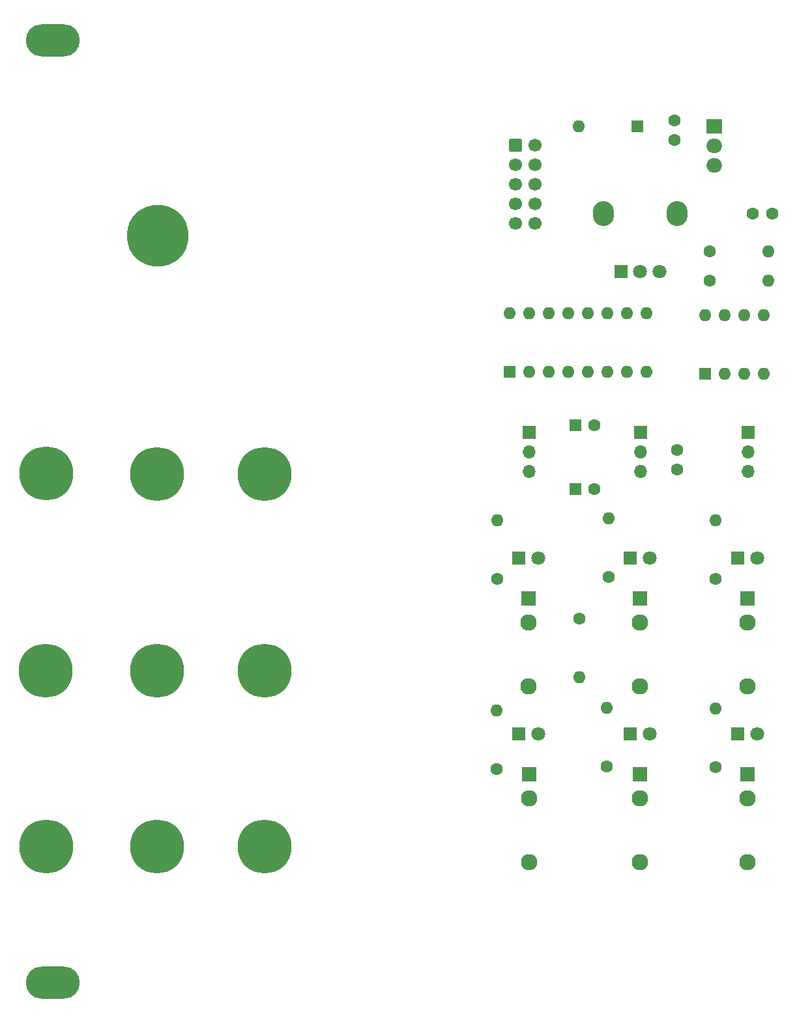
<source format=gbr>
%TF.GenerationSoftware,KiCad,Pcbnew,(6.0.0)*%
%TF.CreationDate,2022-10-15T21:00:10-04:00*%
%TF.ProjectId,bindec,62696e64-6563-42e6-9b69-6361645f7063,rev?*%
%TF.SameCoordinates,Original*%
%TF.FileFunction,Soldermask,Top*%
%TF.FilePolarity,Negative*%
%FSLAX46Y46*%
G04 Gerber Fmt 4.6, Leading zero omitted, Abs format (unit mm)*
G04 Created by KiCad (PCBNEW (6.0.0)) date 2022-10-15 21:00:10*
%MOMM*%
%LPD*%
G01*
G04 APERTURE LIST*
G04 Aperture macros list*
%AMRoundRect*
0 Rectangle with rounded corners*
0 $1 Rounding radius*
0 $2 $3 $4 $5 $6 $7 $8 $9 X,Y pos of 4 corners*
0 Add a 4 corners polygon primitive as box body*
4,1,4,$2,$3,$4,$5,$6,$7,$8,$9,$2,$3,0*
0 Add four circle primitives for the rounded corners*
1,1,$1+$1,$2,$3*
1,1,$1+$1,$4,$5*
1,1,$1+$1,$6,$7*
1,1,$1+$1,$8,$9*
0 Add four rect primitives between the rounded corners*
20,1,$1+$1,$2,$3,$4,$5,0*
20,1,$1+$1,$4,$5,$6,$7,0*
20,1,$1+$1,$6,$7,$8,$9,0*
20,1,$1+$1,$8,$9,$2,$3,0*%
G04 Aperture macros list end*
%ADD10C,7.000000*%
%ADD11C,1.600000*%
%ADD12O,1.600000X1.600000*%
%ADD13R,1.700000X1.700000*%
%ADD14O,1.700000X1.700000*%
%ADD15C,8.000000*%
%ADD16R,1.800000X1.800000*%
%ADD17C,1.800000*%
%ADD18R,1.930000X1.830000*%
%ADD19C,2.130000*%
%ADD20O,2.720000X3.240000*%
%ADD21R,1.600000X1.600000*%
%ADD22R,2.000000X1.905000*%
%ADD23O,2.000000X1.905000*%
%ADD24O,7.000000X4.200000*%
%ADD25RoundRect,0.250000X-0.600000X-0.600000X0.600000X-0.600000X0.600000X0.600000X-0.600000X0.600000X0*%
%ADD26C,1.700000*%
G04 APERTURE END LIST*
D10*
%TO.C,REF\u002A\u002A*%
X89769000Y-77470000D03*
%TD*%
D11*
%TO.C,R2*%
X162286000Y-91059000D03*
D12*
X162286000Y-83439000D03*
%TD*%
D13*
%TO.C,SW3*%
X152532000Y-72024000D03*
D14*
X152532000Y-74564000D03*
X152532000Y-77104000D03*
%TD*%
D15*
%TO.C,REF\u002A\u002A*%
X89789000Y-46482000D03*
%TD*%
D16*
%TO.C,D5*%
X136759000Y-111205000D03*
D17*
X139299000Y-111205000D03*
%TD*%
D11*
%TO.C,C2*%
X157333000Y-76815000D03*
X157333000Y-74315000D03*
%TD*%
D16*
%TO.C,D3*%
X165202000Y-88345000D03*
D17*
X167742000Y-88345000D03*
%TD*%
D10*
%TO.C,REF\u002A\u002A*%
X75291000Y-103020000D03*
%TD*%
D11*
%TO.C,R9*%
X162286000Y-115570000D03*
D12*
X162286000Y-107950000D03*
%TD*%
D11*
%TO.C,C1*%
X156952000Y-31496000D03*
X156952000Y-33996000D03*
%TD*%
D18*
%TO.C,J3*%
X166477000Y-93599000D03*
D19*
X166477000Y-104999000D03*
X166477000Y-96699000D03*
%TD*%
D13*
%TO.C,SW2*%
X138054000Y-72024000D03*
D14*
X138054000Y-74564000D03*
X138054000Y-77104000D03*
%TD*%
D20*
%TO.C,RV1*%
X157307000Y-43564000D03*
X147707000Y-43564000D03*
D16*
X150007000Y-51064000D03*
D17*
X152507000Y-51064000D03*
X155007000Y-51064000D03*
%TD*%
D11*
%TO.C,R7*%
X161524000Y-48514000D03*
D12*
X169144000Y-48514000D03*
%TD*%
D11*
%TO.C,R5*%
X133838000Y-115824000D03*
D12*
X133838000Y-108204000D03*
%TD*%
D11*
%TO.C,R6*%
X161524000Y-52324000D03*
D12*
X169144000Y-52324000D03*
%TD*%
D16*
%TO.C,D2*%
X151232000Y-88345000D03*
D17*
X153772000Y-88345000D03*
%TD*%
D18*
%TO.C,J4*%
X138029000Y-93599000D03*
D19*
X138029000Y-104999000D03*
X138029000Y-96699000D03*
%TD*%
D18*
%TO.C,J7*%
X166477000Y-116459000D03*
D19*
X166477000Y-127859000D03*
X166477000Y-119559000D03*
%TD*%
D10*
%TO.C,REF\u002A\u002A*%
X103739000Y-77455000D03*
%TD*%
D21*
%TO.C,U2*%
X135504000Y-64125000D03*
D12*
X138044000Y-64125000D03*
X140584000Y-64125000D03*
X143124000Y-64125000D03*
X145664000Y-64125000D03*
X148204000Y-64125000D03*
X150744000Y-64125000D03*
X153284000Y-64125000D03*
X153284000Y-56505000D03*
X150744000Y-56505000D03*
X148204000Y-56505000D03*
X145664000Y-56505000D03*
X143124000Y-56505000D03*
X140584000Y-56505000D03*
X138044000Y-56505000D03*
X135504000Y-56505000D03*
%TD*%
D21*
%TO.C,U3*%
X160899000Y-64379000D03*
D12*
X163439000Y-64379000D03*
X165979000Y-64379000D03*
X168519000Y-64379000D03*
X168519000Y-56759000D03*
X165979000Y-56759000D03*
X163439000Y-56759000D03*
X160899000Y-56759000D03*
%TD*%
D21*
%TO.C,D1*%
X152126000Y-32258000D03*
D12*
X144506000Y-32258000D03*
%TD*%
D10*
%TO.C,REF\u002A\u002A*%
X75311000Y-77343000D03*
%TD*%
%TO.C,REF\u002A\u002A*%
X103739000Y-125880000D03*
%TD*%
D11*
%TO.C,R8*%
X148189000Y-115443000D03*
D12*
X148189000Y-107823000D03*
%TD*%
D10*
%TO.C,REF\u002A\u002A*%
X89769000Y-103020000D03*
%TD*%
D18*
%TO.C,J6*%
X152507000Y-116459000D03*
D19*
X152507000Y-127859000D03*
X152507000Y-119559000D03*
%TD*%
D11*
%TO.C,R3*%
X144633000Y-96266000D03*
D12*
X144633000Y-103886000D03*
%TD*%
D10*
%TO.C,REF\u002A\u002A*%
X75296000Y-125857000D03*
%TD*%
D22*
%TO.C,U1*%
X162103000Y-32258000D03*
D23*
X162103000Y-34798000D03*
X162103000Y-37338000D03*
%TD*%
D24*
%TO.C,REF\u002A\u002A*%
X76207000Y-143534000D03*
X76207000Y-21034000D03*
%TD*%
D21*
%TO.C,C3*%
X144062900Y-71120000D03*
D11*
X146562900Y-71120000D03*
%TD*%
D16*
%TO.C,D4*%
X136754000Y-88345000D03*
D17*
X139294000Y-88345000D03*
%TD*%
D10*
%TO.C,REF\u002A\u002A*%
X89769000Y-125880000D03*
%TD*%
D18*
%TO.C,J5*%
X138034000Y-116459000D03*
D19*
X138034000Y-127859000D03*
X138034000Y-119559000D03*
%TD*%
D11*
%TO.C,R4*%
X133965000Y-91059000D03*
D12*
X133965000Y-83439000D03*
%TD*%
D13*
%TO.C,SW1*%
X166502000Y-72009000D03*
D14*
X166502000Y-74549000D03*
X166502000Y-77089000D03*
%TD*%
D10*
%TO.C,REF\u002A\u002A*%
X103739000Y-103020000D03*
%TD*%
D16*
%TO.C,D6*%
X151232000Y-111205000D03*
D17*
X153772000Y-111205000D03*
%TD*%
D18*
%TO.C,J2*%
X152507000Y-93599000D03*
D19*
X152507000Y-104999000D03*
X152507000Y-96699000D03*
%TD*%
D11*
%TO.C,C5*%
X167132000Y-43561000D03*
X169632000Y-43561000D03*
%TD*%
D21*
%TO.C,C4*%
X144062900Y-79375000D03*
D11*
X146562900Y-79375000D03*
%TD*%
D16*
%TO.C,D7*%
X165202000Y-111205000D03*
D17*
X167742000Y-111205000D03*
%TD*%
D11*
%TO.C,R1*%
X148443000Y-90805000D03*
D12*
X148443000Y-83185000D03*
%TD*%
D25*
%TO.C,J1*%
X136260500Y-34671000D03*
D26*
X138800500Y-34671000D03*
X136260500Y-37211000D03*
X138800500Y-37211000D03*
X136260500Y-39751000D03*
X138800500Y-39751000D03*
X136260500Y-42291000D03*
X138800500Y-42291000D03*
X136260500Y-44831000D03*
X138800500Y-44831000D03*
%TD*%
M02*

</source>
